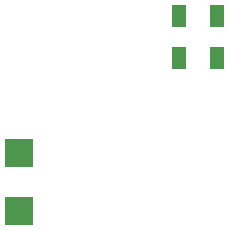
<source format=gtp>
%FSLAX25Y25*%
%MOIN*%
G70*
G01*
G75*
G04 Layer_Color=8421504*
%ADD10R,0.04921X0.07284*%
%ADD11R,0.09252X0.09449*%
%ADD12C,0.02756*%
%ADD13C,0.03150*%
%ADD14C,0.01969*%
%ADD15C,0.05906*%
%ADD16R,0.05906X0.05906*%
%ADD17C,0.06000*%
%ADD18O,0.09449X0.07874*%
%ADD19C,0.07874*%
%ADD20O,0.05906X0.09843*%
%ADD21C,0.04528*%
%ADD22C,0.02756*%
%ADD23C,0.03150*%
%ADD24C,0.13780*%
%ADD25C,0.17000*%
%ADD26R,0.08268X0.03937*%
%ADD27R,0.04500X0.05906*%
%ADD28R,0.02362X0.03937*%
%ADD29R,0.06299X0.05118*%
%ADD30R,0.05906X0.04500*%
%ADD31O,0.06496X0.02165*%
%ADD32O,0.02165X0.06496*%
%ADD33R,0.04000X0.05512*%
%ADD34R,0.03937X0.02362*%
%ADD35C,0.02362*%
%ADD36C,0.00315*%
%ADD37C,0.00197*%
%ADD38C,0.01000*%
%ADD39C,0.00984*%
%ADD40C,0.00787*%
%ADD41C,0.01181*%
%ADD42R,0.02165X0.07284*%
D10*
X137245Y-89157D02*
D03*
X124450D02*
D03*
X137245Y-102936D02*
D03*
X124450D02*
D03*
D11*
X71374Y-134896D02*
D03*
Y-154187D02*
D03*
M02*

</source>
